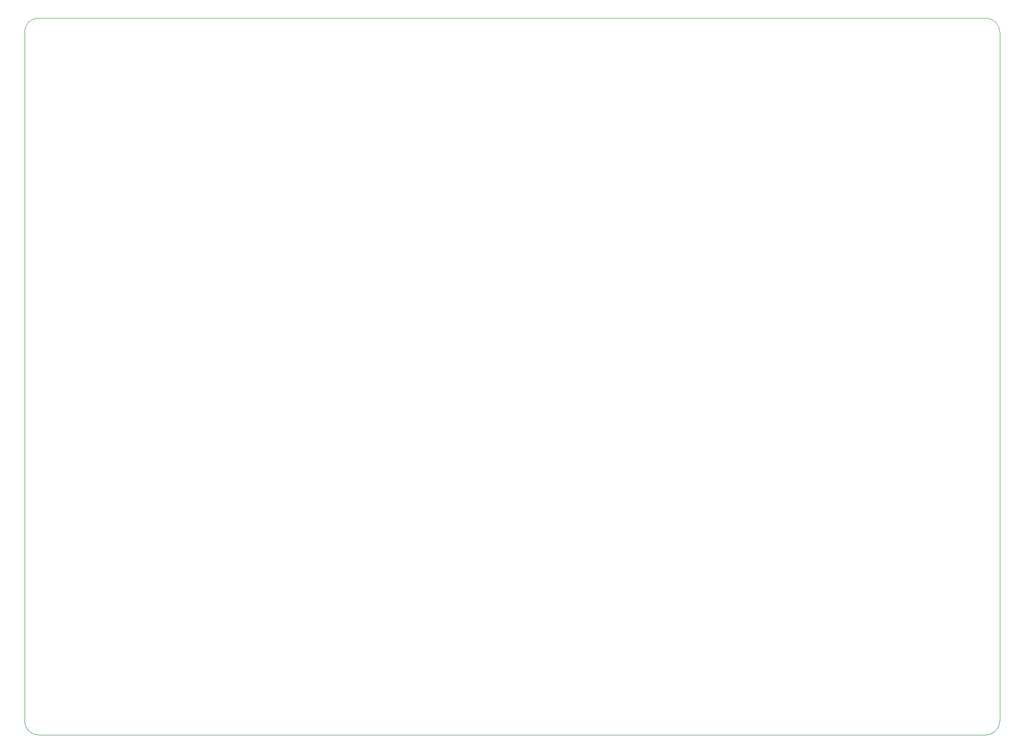
<source format=gm1>
G04 #@! TF.GenerationSoftware,KiCad,Pcbnew,5.1.12-84ad8e8a86~92~ubuntu18.04.1*
G04 #@! TF.CreationDate,2022-12-12T22:34:18+01:00*
G04 #@! TF.ProjectId,full,66756c6c-2e6b-4696-9361-645f70636258,rev?*
G04 #@! TF.SameCoordinates,Original*
G04 #@! TF.FileFunction,Profile,NP*
%FSLAX46Y46*%
G04 Gerber Fmt 4.6, Leading zero omitted, Abs format (unit mm)*
G04 Created by KiCad (PCBNEW 5.1.12-84ad8e8a86~92~ubuntu18.04.1) date 2022-12-12 22:34:18*
%MOMM*%
%LPD*%
G01*
G04 APERTURE LIST*
G04 #@! TA.AperFunction,Profile*
%ADD10C,0.050000*%
G04 #@! TD*
G04 APERTURE END LIST*
D10*
X190500000Y-140970000D02*
G75*
G02*
X187960000Y-143510000I-2540000J0D01*
G01*
X187960000Y-12700000D02*
G75*
G02*
X190500000Y-15240000I0J-2540000D01*
G01*
X12700000Y-15240000D02*
G75*
G02*
X15240000Y-12700000I2540000J0D01*
G01*
X15240000Y-143510000D02*
G75*
G02*
X12700000Y-140970000I0J2540000D01*
G01*
X187960000Y-12700000D02*
X15240000Y-12700000D01*
X190500000Y-140970000D02*
X190500000Y-15240000D01*
X15240000Y-143510000D02*
X187960000Y-143510000D01*
X12700000Y-15240000D02*
X12700000Y-140970000D01*
M02*

</source>
